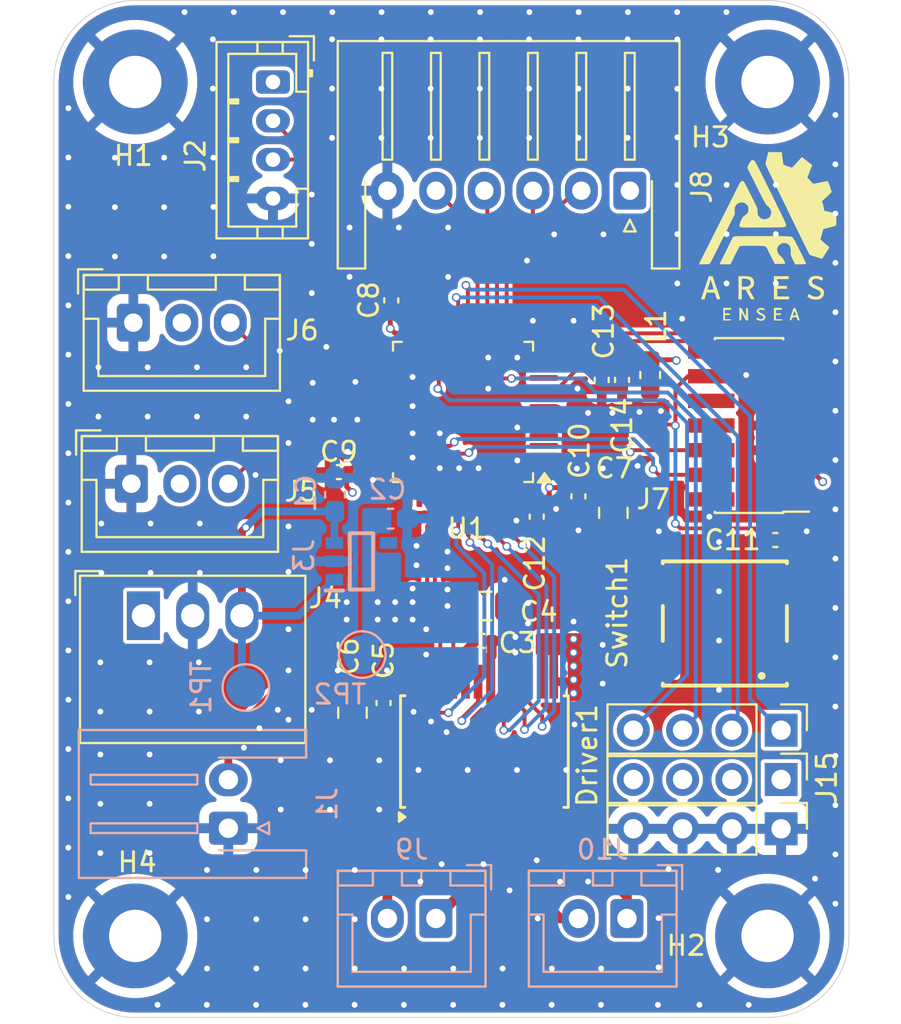
<source format=kicad_pcb>
(kicad_pcb (version 20241229) (generator "pcbnew") (generator_version "9.0")
  (title_block (comment 1 "Les deux erreurs DRC sont normales  : on prendra des pinheader 3x4 "))
  (layers (0 "F.Cu" signal) (4 "In1.Cu" signal) (6 "In2.Cu" signal) (2 "B.Cu" signal) (13 "F.Paste" user) (15 "B.Paste" user) (5 "F.SilkS" user "F.Silkscreen") (7 "B.SilkS" user "B.Silkscreen") (1 "F.Mask" user) (3 "B.Mask" user) (25 "Edge.Cuts" user))
  (net 0 "")
  (net 1 "GND")
  (net 2 "+5V")
  (net 3 "+3.3V")
  (net 4 "+7.5V")
  (net 5 "NRST")
  (net 6 "+3.3VA")
  (net 7 "AIN2")
  (net 8 "BIN2")
  (net 9 "BO2")
  (net 10 "AO1")
  (net 11 "BO1")
  (net 12 "PWMA")
  (net 13 "AIN1")
  (net 14 "BIN1")
  (net 15 "AO2")
  (net 16 "STBY")
  (net 17 "PWMB")
  (net 18 "Triger")
  (net 19 "Echo")
  (net 20 "PWM_Servo2")
  (net 21 "PWM_Servo1")
  (net 23 "SWCLK")
  (net 25 "SWDIO")
  (net 27 "STLINK_TX")
  (net 30 "STLINK_RX")
  (net 31 "IR_2")
  (net 32 "IR_4")
  (net 33 "IR_1")
  (net 34 "IR_3")
  (net 38 "GPIO4")
  (net 40 "GPIO2")
  (net 45 "GPIO1")
  (net 51 "GPIO3")
  (footprint "Connector_PinHeader_2.54mm:PinHeader_1x04_P2.54mm_Vertical" (layer "F.Cu") (at 147.7 80.08 -90)
    (property "Reference" "J14" (hide yes))
    (property "Value" "Conn_01x04")
  )
  (footprint "MountingHole:MountingHole_2.7mm_M2.5_Pad" (layer "F.Cu") (at 147 85.6)
    (property "Reference" "H2")
    (property "Value" "MountingHole_Pad")
  )
  (footprint "Capacitor_SMD:C_0402_1005Metric" (layer "F.Cu") (at 147.4 65.2)
    (property "Reference" "C11")
    (property "Value" "10n")
  )
  (footprint "Connector_PinHeader_1.27mm:PinHeader_2x07_P1.27mm_Vertical_SMD" (layer "F.Cu") (at 146.05 59.3 180)
    (property "Reference" "J7")
    (property "Value" "Conn_ST_STDC14")
  )
  (footprint "Connector_JST:JST_PH_B4B-PH-K_1x04_P2.00mm_Vertical" (layer "F.Cu") (at 121.5 41.6 -90)
    (property "Reference" "J2")
    (property "Value" "Conn_01x04")
  )
  (footprint "Connector_PinHeader_2.54mm:PinHeader_1x04_P2.54mm_Vertical" (layer "F.Cu") (at 147.7 77.54 -90)
    (property "Reference" "J15")
    (property "Value" "Conn_01x04")
  )
  (footprint "boutonSMD_wurth430471025826:430471025826" (layer "F.Cu") (at 144.8 69.5 180)
    (property "Reference" "Switch1")
    (property "Value" "430471025826")
    (property "VALUE" "430471025826" (hide yes))
  )
  (footprint "Inductor_SMD:L_0603_1608Metric" (layer "F.Cu") (at 140.95 56.7 90)
    (property "Reference" "L1")
    (property "Value" "39n")
  )
  (footprint "Converter_DCDC:Converter_DCDC_RECOM_R-78B-2.0_THT" (layer "F.Cu") (at 114.82 69.1)
    (property "Reference" "J4")
    (property "Value" "R-78B5.0-2.0")
  )
  (footprint "Capacitor_SMD:C_0402_1005Metric" (layer "F.Cu") (at 137.25 62.95 -90)
    (property "Reference" "C10")
    (property "Value" "100n")
  )
  (footprint "MountingHole:MountingHole_2.7mm_M2.5_Pad" (layer "F.Cu") (at 114.4 41.6)
    (property "Reference" "H1")
    (property "Value" "MountingHole_Pad")
  )
  (footprint "Capacitor_SMD:C_0402_1005Metric" (layer "F.Cu") (at 135.1 64 -90)
    (property "Reference" "C12")
    (property "Value" "100n")
  )
  (footprint "Capacitor_SMD:C_0805_2012Metric" (layer "F.Cu") (at 132.5 68.6)
    (property "Reference" "C4")
    (property "Value" "10u")
  )
  (footprint "Package_SO:SSOP-24_5.3x8.2mm_P0.65mm" (layer "F.Cu") (at 132.4 76.1 90)
    (property "Reference" "Driver1")
    (property "Value" "TB6612FNG")
  )
  (footprint "Connector_JST:JST_XH_B3B-XH-A_1x03_P2.50mm_Vertical" (layer "F.Cu") (at 114.2 62.3)
    (property "Reference" "J5")
    (property "Value" "Conn_01x03")
  )
  (footprint "Capacitor_SMD:C_0402_1005Metric" (layer "F.Cu") (at 139.5 56.95 -90)
    (property "Reference" "C14")
    (property "Value" "1u")
  )
  (footprint "Connector_JST:JST_XH_B3B-XH-A_1x03_P2.50mm_Vertical" (layer "F.Cu") (at 114.3 54)
    (property "Reference" "J6")
    (property "Value" "Conn_01x03")
  )
  (footprint "Connector_PinHeader_2.54mm:PinHeader_1x04_P2.54mm_Vertical" (layer "F.Cu") (at 147.7 75 -90)
    (property "Reference" "J11" (hide yes))
    (property "Value" "Conn_01x04")
  )
  (footprint "Capacitor_SMD:C_0402_1005Metric" (layer "F.Cu") (at 127.2 73.6 -90)
    (property "Reference" "C5")
    (property "Value" "100n")
  )
  (footprint "Capacitor_SMD:C_0402_1005Metric" (layer "F.Cu") (at 132.3 70.4)
    (property "Reference" "C3")
    (property "Value" "100n")
  )
  (footprint "MountingHole:MountingHole_2.7mm_M2.5_Pad" (layer "F.Cu") (at 147 41.6)
    (property "Reference" "H3")
    (property "Value" "MountingHole_Pad")
  )
  (footprint "Capacitor_SMD:C_0402_1005Metric" (layer "F.Cu") (at 127.6 52.85 90)
    (property "Reference" "C8")
    (property "Value" "100n")
  )
  (footprint "Capacitor_SMD:C_0805_2012Metric" (layer "F.Cu") (at 125.6 74.1 -90)
    (property "Reference" "C6")
    (property "Value" "10u")
  )
  (footprint "logoares:logoares" (layer "F.Cu") (at 146.85 49.8)
    (property "Reference" "G***" (hide yes))
    (property "Value" "LOGO" (hide yes))
  )
  (footprint "Capacitor_SMD:C_0402_1005Metric" (layer "F.Cu") (at 124.9 61.7 180)
    (property "Reference" "C9")
    (property "Value" "100n")
  )
  (footprint "Package_QFP:LQFP-48_7x7mm_P0.5mm" (layer "F.Cu") (at 131.3 58.6 180)
    (property "Reference" "U1")
    (property "Value" "STM32L552CCTx")
  )
  (footprint "MountingHole:MountingHole_2.7mm_M2.5_Pad" (layer "F.Cu") (at 114.4 85.6)
    (property "Reference" "H4")
    (property "Value" "MountingHole_Pad")
  )
  (footprint "Connector_JST:JST_XH_S6B-XH-A-1_1x06_P2.50mm_Horizontal" (layer "F.Cu") (at 139.9 47.2 180)
    (property "Reference" "J8")
    (property "Value" "Conn_01x06")
  )
  (footprint "Capacitor_SMD:C_0402_1005Metric" (layer "F.Cu") (at 138.45 56.95 -90)
    (property "Reference" "C13")
    (property "Value" "10n")
  )
  (footprint "Capacitor_SMD:C_0805_2012Metric" (layer "F.Cu") (at 139.05 63.8 -90)
    (property "Reference" "C7")
    (property "Value" "4u7")
  )
  (footprint "TestPoint:TestPoint_Pad_D2.0mm" (layer "B.Cu") (at 126.1 71.1 180)
    (property "Reference" "TP2")
    (property "Value" "TestPoint")
  )
  (footprint "Connector_JST:JST_XH_B2B-XH-A_1x02_P2.50mm_Vertical" (layer "B.Cu") (at 129.9 84.7 180)
    (property "Reference" "J9")
    (property "Value" "Conn_01x02")
  )
  (footprint "Connector_JST:JST_XH_S2B-XH-A-1_1x02_P2.50mm_Horizontal" (layer "B.Cu") (at 119.2 80.05 90)
    (property "Reference" "J1")
    (property "Value" "Conn_01x02")
  )
  (footprint "TestPoint:TestPoint_Pad_D2.0mm" (layer "B.Cu") (at 120.1 72.8 180)
    (property "Reference" "TP1")
    (property "Value" "TestPoint")
  )
  (footprint "Connector_JST:JST_XH_B2B-XH-A_1x02_P2.50mm_Vertical" (layer "B.Cu") (at 139.75 84.7 180)
    (property "Reference" "J10")
    (property "Value" "Conn_01x02")
  )
  (footprint "BU33SD5WG-TR:SOT95P280X125-5N" (layer "B.Cu") (at 126.0625 66.3)
    (property "Reference" "J3")
    (property "Value" "BU33SD5WG-TR")
  )
  (footprint "Capacitor_SMD:C_0603_1608Metric_Pad1.08x0.95mm_HandSolder" (layer "B.Cu") (at 127.5625 64.1)
    (property "Reference" "C2")
    (property "Value" "1uF")
  )
  (footprint "Capacitor_SMD:C_0603_1608Metric_Pad1.08x0.95mm_HandSolder" (layer "B.Cu") (at 124.7 62.8625 90)
    (property "Reference" "C1")
    (property "Value" "1uF")
  )
  (gr_arc (start 110.2 41.6) (mid 111.430152 38.630152) (end 114.4 37.4) (stroke (width 0.05)) (layer "Edge.Cuts"))
  (gr_line (start 147 37.4) (end 114.4 37.4) (stroke (width 0.05)) (layer "Edge.Cuts"))
  (gr_arc (start 114.4 89.8) (mid 111.430152 88.569848) (end 110.2 85.6) (stroke (width 0.05)) (layer "Edge.Cuts"))
  (gr_line (start 114.4 89.8) (end 147 89.8) (stroke (width 0.05)) (layer "Edge.Cuts"))
  (gr_arc (start 147 37.4) (mid 149.969848 38.630152) (end 151.2 41.6) (stroke (width 0.05)) (layer "Edge.Cuts"))
  (gr_line (start 151.2 85.6) (end 151.2 41.6) (stroke (width 0.05)) (layer "Edge.Cuts"))
  (gr_arc (start 151.2 85.6) (mid 149.969848 88.569848) (end 147 89.8) (stroke (width 0.05)) (layer "Edge.Cuts"))
  (gr_line (start 110.2 41.6) (end 110.2 85.6) (stroke (width 0.05)) (layer "Edge.Cuts"))
  (via (at 150.5 71.24) (size 0.45) (drill 0.3) (layers "F.Cu" "B.Cu") (net 1))
  (via (at 150.5 61.08) (size 0.45) (drill 0.3) (layers "F.Cu" "B.Cu") (net 1))
  (via (at 125.3 69.3) (size 0.45) (drill 0.3) (layers "F.Cu" "B.Cu") (net 1))
  (via (at 123.55 57.1) (size 0.45) (drill 0.3) (layers "F.Cu" "B.Cu") (net 1))
  (via (at 132.17 39.4) (size 0.45) (drill 0.3) (layers "F.Cu" "B.Cu") (net 1))
  (via (at 134.71 41.94) (size 0.45) (drill 0.3) (layers "F.Cu" "B.Cu") (net 1))
  (via (at 124.55 39.4) (size 0.45) (drill 0.3) (layers "F.Cu" "B.Cu") (net 1))
  (via (at 129.4 71.1) (size 0.45) (drill 0.3) (layers "F.Cu" "B.Cu") (net 1))
  (via (at 135.87 89.15) (size 0.45) (drill 0.3) (layers "F.Cu" "B.Cu") (net 1))
  (via (at 128.7 60.95) (size 0.45) (drill 0.3) (layers "F.Cu" "B.Cu") (net 1))
  (via (at 118.09 89.15) (size 0.45) (drill 0.3) (layers "F.Cu" "B.Cu") (net 1))
  (via (at 140.3 61.38) (size 0.45) (drill 0.3) (layers "F.Cu" "B.Cu") (net 1))
  (via (at 113.35 48.05) (size 0.45) (drill 0.3) (layers "F.Cu" "B.Cu") (net 1))
  (via (at 133.34 87.28) (size 0.45) (drill 0.3) (layers "F.Cu" "B.Cu") (net 1))
  (via (at 110.95 53.11) (size 0.45) (drill 0.3) (layers "F.Cu" "B.Cu") (net 1))
  (via (at 120.63 89.15) (size 0.45) (drill 0.3) (layers "F.Cu" "B.Cu") (net 1))
  (via (at 130.8 87.28) (size 0.45) (drill 0.3) (layers "F.Cu" "B.Cu") (net 1))
  (via (at 138.5 70.6) (size 0.45) (drill 0.3) (layers "F.Cu" "B.Cu") (net 1))
  (via (at 110.95 55.65) (size 0.45) (drill 0.3) (layers "F.Cu" "B.Cu") (net 1))
  (via (at 122.02 38) (size 0.45) (drill 0.3) (layers "F.Cu" "B.Cu") (net 1))
  (via (at 134.72 38) (size 0.45) (drill 0.3) (layers "F.Cu" "B.Cu") (net 1))
  (via (at 130.5 65.8) (size 0.45) (drill 0.3) (layers "F.Cu" "B.Cu") (net 1))
  (via (at 123.55 59) (size 0.45) (drill 0.3) (layers "F.Cu" "B.Cu") (net 1))
  (via (at 129.63 44.48) (size 0.45) (drill 0.3) (layers "F.Cu" "B.Cu") (net 1))
  (via (at 117.68 74.04) (size 0.45) (drill 0.3) (layers "F.Cu" "B.Cu") (net 1))
  (via (at 149.02 64.75) (size 0.45) (drill 0.3) (layers "F.Cu" "B.Cu") (net 1))
  (via (at 115.89 48.05) (size 0.45) (drill 0.3) (layers "F.Cu" "B.Cu") (net 1))
  (via (at 129 77.05) (size 0.45) (drill 0.3) (layers "F.Cu" "B.Cu") (net 1))
  (via (at 137.05 74.7) (size 0.45) (drill 0.3) (layers "F.Cu" "B.Cu") (net 1))
  (via (at 122.3 74.46) (size 0.45) (drill 0.3) (layers "F.Cu" "B.Cu") (net 1))
  (via (at 112.65 64.35) (size 0.45) (drill 0.3) (layers "F.Cu" "B.Cu") (net 1))
  (via (at 112.6 74.04) (size 0.45) (drill 0.3) (layers "F.Cu" "B.Cu") (net 1))
  (via (at 130.79 89.15) (size 0.45) (drill 0.3) (layers "F.Cu" "B.Cu") (net 1))
  (via (at 130.53 51.64) (size 0.45) (drill 0.3) (layers "F.Cu" "B.Cu") (net 1))
  (via (at 135.88 87.28) (size 0.45) (drill 0.3) (layers "F.Cu" "B.Cu") (net 1))
  (via (at 123.5 47.4) (size 0.45) (drill 0.3) (layers "F.Cu" "B.Cu") (net 1))
  (via (at 115.14 81.33) (size 0.45) (drill 0.3) (layers "F.Cu" "B.Cu") (net 1))
  (via (at 136.3 82.8) (size 0.45) (drill 0.3) (layers "F.Cu" "B.Cu") (net 1))
  (via (at 125.45 49.1) (size 0.45) (drill 0.3) (layers "F.Cu" "B.Cu") (net 1))
  (via (at 110.95 75.97) (size 0.45) (drill 0.3) (layers "F.Cu" "B.Cu") (net 1))
  (via (at 137.17 61.52) (size 0.45) (drill 0.3) (layers "F.Cu" "B.Cu") (net 1))
  (via (at 122.3 64.5) (size 0.45) (drill 0.3) (layers "F.Cu" "B.Cu") (net 1))
  (via (at 128.75 74.05) (size 0.45) (drill 0.3) (layers "F.Cu" "B.Cu") (net 1))
  (via (at 144.88 38) (size 0.45) (drill 0.3) (layers "F.Cu" "B.Cu") (net 1))
  (via (at 150.5 68.7) (size 0.45) (drill 0.3) (layers "F.Cu" "B.Cu") (net 1))
  (via (at 142.35 41.95) (size 0.45) (drill 0.3) (layers "F.Cu" "B.Cu") (net 1))
  (via (at 139.79 41.94) (size 0.45) (drill 0.3) (layers "F.Cu" "B.Cu") (net 1))
  (via (at 123.18 87.28) (size 0.45) (drill 0.3) (layers "F.Cu" "B.Cu") (net 1))
  (via (at 137.25 44.48) (size 0.45) (drill 0.3) (layers "F.Cu" "B.Cu") (net 1))
  (via (at 136 49.45) (size 0.45) (drill 0.3) (layers "F.Cu" "B.Cu") (net 1))
  (via (at 134.1 59.4) (size 0.45) (drill 0.3) (layers "F.Cu" "B.Cu") (net 1))
  (via (at 118.43 48.04) (size 0.45) (drill 0.3) (layers "F.Cu" "B.Cu") (net 1))
  (via (at 138.41 89.15) (size 0.45) (drill 0.3) (layers "F.Cu" "B.Cu") (net 1))
  (via (at 124.84 71.92) (size 0.45) (drill 0.3) (layers "F.Cu" "B.Cu") (net 1))
  (via (at 122.3 71.92) (size 0.45) (drill 0.3) (layers "F.Cu" "B.Cu") (net 1))
  (via (at 138.51 61.51) (size 0.45) (drill 0.3) (layers "F.Cu" "B.Cu") (net 1))
  (via (at 112.65 66.89) (size 0.45) (drill 0.3) (layers "F.Cu" "B.Cu") (net 1))
  (via (at 131.54 77.05) (size 0.45) (drill 0.3) (layers "F.Cu" "B.Cu") (net 1))
  (via (at 137.25 39.4) (size 0.45) (drill 0.3) (layers "F.Cu" "B.Cu") (net 1))
  (via (at 125.72 84.74) (size 0.45) (drill 0.3) (layers "F.Cu" "B.Cu") (net 1))
  (via (at 150.5 73.78) (size 0.45) (drill 0.3) (layers "F.Cu" "B.Cu") (net 1))
  (via (at 115.04 56.3) (size 0.45) (drill 0.3) (layers "F.Cu" "B.Cu") (net 1))
  (via (at 118.43 50.58) (size 0.45) (drill 0.3) (layers "F.Cu" "B.Cu") (net 1))
  (via (at 150.5 81.4) (size 0.45) (drill 0.3) (layers "F.Cu" "B.Cu") (net 1))
  (via (at 149.45 82.65) (size 0.45) (drill 0.3) (layers "F.Cu" "B.Cu") (net 1))
  (via (at 150.5 43.3) (size 0.45) (drill 0.3) (layers "F.Cu" "B.Cu") (net 1))
  (via (at 110.95 83.59) (size 0.45) (drill 0.3) (layers "F.Cu" "B.Cu") (net 1))
  (via (at 144.5 67.84) (size 0.45) (drill 0.3) (layers "F.Cu" "B.Cu") (net 1))
  (via (at 123.5 52.48) (size 0.45) (drill 0.3) (layers "F.Cu" "B.Cu") (net 1))
  (via (at 150.5 76.32) (size 0.45) (drill 0.3) (layers "F.Cu" "B.Cu") (net 1))
  (via (at 147.43 51.98) (size 0.45) (drill 0.3) (layers "F.Cu" "B.Cu") (net 1))
  (via (at 130.45 75.1) (size 0.45) (drill 0.3) (layers "F.Cu" "B.Cu") (net 1))
  (via (at 112.6 78.79) (size 0.45) (drill 0.3) (layers "F.Cu" "B.Cu") (net 1))
  (via (at 136.1 63.6) (size 0.45) (drill 0.3) (layers "F.Cu" "B.Cu") (net 1))
  (via (at 144.45 82.2) (size 0.45) (drill 0.3) (layers "F.Cu" "B.Cu") (net 1))
  (via (at 117.73 66.89) (size 0.45) (drill 0.3) (layers "F.Cu" "B.Cu") (net 1))
  (via (at 150.5 78.86) (size 0.45) (drill 0.3) (layers "F.Cu" "B.Cu") (net 1))
  (via (at 134.65 68.45) (size 0.45) (drill 0.3) (layers "F.Cu" "B.Cu") (net 1))
  (via (at 113.35 50.59) (size 0.45) (drill 0.3) (layers "F.Cu" "B.Cu") (net 1))
  (via (at 139.8 38) (size 0.45) (drill 0.3) (layers "F.Cu" "B.Cu") (net 1))
  (via (at 126.98 76.55) (size 0.45) (drill 0.3) (layers "F.Cu" "B.Cu") (net 1))
  (via (at 118.1 87.28) (size 0.45) (drill 0.3) (layers "F.Cu" "B.Cu") (net 1))
  (via (at 110.95 78.51) (size 0.45) (drill 0.3) (layers "F.Cu" "B.Cu") (net 1))
  (via (at 129.1 82.8) (size 0.45) (drill 0.3) (layers "F.Cu" "B.Cu") (net 1))
  (via (at 118.43 45.5) (size 0.45) (drill 0.3) (layers "F.Cu" "B.Cu") (net 1))
  (via (at 150.5 50.92) (size 0.45) (drill 0.3) (layers "F.Cu" "B.Cu") (net 1))
  (via (at 118.1 84.74) (size 0.45) (drill 0.3) (layers "F.Cu" "B.Cu") (net 1))
  (via (at 110.95 63.27) (size 0.45) (drill 0.3) (layers "F.Cu" "B.Cu") (net 1))
  (via (at 110.95 45.49) (size 0.45) (drill 0.3) (layers "F.Cu" "B.Cu") (net 1))
  (via (at 110.95 60.73) (size 0.45) (drill 0.3) (layers "F.Cu" "B.Cu") (net 1))
  (via (at 142.35 49.44) (size 0.45) (drill 0.3) (layers "F.Cu" "B.Cu") (net 1))
  (via (at 116.94 38) (size 0.45) (drill 0.3) (layers "F.Cu" "B.Cu") (net 1))
  (via (at 127.1 38) (size 0.45) (drill 0.3) (layers "F.Cu" "B.Cu") (net 1))
  (via (at 134.08 77.05) (size 0.45) (drill 0.3) (layers "F.Cu" "B.Cu") (net 1))
  (via (at 117.58 56.3) (size 0.45) (drill 0.3) (layers "F.Cu" "B.Cu") (net 1))
  (via (at 141.38 84.68) (size 0.45) (drill 0.3) (layers "F.Cu" "B.Cu") (net 1))
  (via (at 142.35 44.45) (size 0.45) (drill 0.3) (layers "F.Cu" "B.Cu") (net 1))
  (via (at 110.95 58.19) (size 0.45) (drill 0.3) (layers "F.Cu" "B.Cu") (net 1))
  (via (at 122.3 60.2) (size 0.45) (drill 0.3) (layers "F.Cu" "B.Cu") (net 1))
  (via (at 118.1 82.2) (size 0.45) (drill 0.3) (layers "F.Cu" "B.Cu") (net 1))
  (via (at 144.89 51.98) (size 0.45) (drill 0.3) (layers "F.Cu" "B.Cu") (net 1))
  (via (at 134.05 64.2) (size 0.45) (drill 0.3) (layers "F.Cu" "B.Cu") (net 1))
  (via (at 129.63 41.94) (size 0.45) (drill 0.3) (layers "F.Cu" "B.Cu") (net 1))
  (via (at 123.17 89.15) (size 0.45) (drill 0.3) (layers "F.Cu" "B.Cu") (net 1))
  (via (at 139 58.65) (size 0.45) (drill 0.3) (layers "F.Cu" "B.Cu") (net 1))
  (via (at 120.64 82.2) (size 0.45) (drill 0.3) (layers "F.Cu" "B.Cu") (net 1))
  (via (at 110.95 70.89) (size 0.45) (drill 0.3) (layers "F.Cu" "B.Cu") (net 1))
  (via (at 150.5 83.94) (size 0.45) (drill 0.3) (layers "F.Cu" "B.Cu") (net 1))
  (via (at 115.04 58.84) (size 0.45) (drill 0.3) (layers "F.Cu" "B.Cu") (net 1))
  (via (at 122.3 66.84) (size 0.45) (drill 0.3) (layers "F.Cu" "B.Cu") (net 1))
  (via (at 125.72 82.2) (size 0.45) (drill 0.3) (layers "F.Cu" "B.Cu") (net 1))
  (via (at 127.09 41.94) (size 0.45) (drill 0.3) (layers "F.Cu" "B.Cu") (net 1))
  (via (at 141.35 89.15) (size 0.45) (drill 0.3) (layers "F.Cu" "B.Cu") (net 1))
  (via (at 128.9 65.5) (size 0.45) (drill 0.3) (layers "F.Cu" "B.Cu") (net 1))
  (via (at 128.9 66.5) (size 0.45) (drill 0.3) (layers "F.Cu" "B.Cu") (net 1))
  (via (at 125.72 87.28) (size 0.45) (drill 0.3) (layers "F.Cu" "B.Cu") (net 1))
  (via (at 150.5 56) (size 0.45) (drill 0.3) (layers "F.Cu" "B.Cu") (net 1))
  (via (at 141.5 58.55) (size 0.45) (drill 0.3) (layers "F.Cu" "B.Cu") (net 1))
  (via (at 110.95 81.05) (size 0.45) (drill 0.3) (layers "F.Cu" "B.Cu") (net 1))
  (via (at 123.18 84.74) (size 0.45) (drill 0.3) (layers "F.Cu" "B.Cu") (net 1))
  (via (at 115.89 45.5) (size 0.45) (drill 0.3) (layers "F.Cu" "B.Cu") (net 1))
  (via (at 117.58 58.84) (size 0.45) (drill 0.3) (layers "F.Cu" "B.Cu") (net 1))
  (via (at 130.53 49.1) (size 0.45) (drill 0.3) (layers "F.Cu" "B.Cu") (net 1))
  (via (at 127.09 44.48) (size 0.45) (drill 0.3) (layers "F.Cu" "B.Cu") (net 1))
  (via (at 135.15 84.7) (size 0.45) (drill 0.3) (layers "F.Cu" "B.Cu") (net 1))
  (via (at 118.4 39.4) (size 0.45) (drill 0.3) (layers "F.Cu" "B.Cu") (net 1))
  (via (at 120.12 56.3) (size 0.45) (drill 0.3) (layers "F.Cu" "B.Cu") (net 1))
  (via (at 146.03 89.15) (size 0.45) (drill 0.3) (layers "F.Cu" "B.Cu") (net 1))
  (via (at 121.75 73.95) (size 0.45) (drill 0.3) (layers "F.Cu" "B.Cu") (net 1))
  (via (at 133.7 83.25) (size 0.45) (drill 0.3) (layers "F.Cu" "B.Cu") (net 1))
  (via (at 128.7 56.8) (size 0.45) (drill 0.3) (layers "F.Cu" "B.Cu") (net 1))
  (via (at 112.5 58.84) (size 0.45) (drill 0.3) (layers "F.Cu" "B.Cu") (net 1))
  (via (at 144.89 49.44) (size 0.45) (drill 0.3) (layers "F.Cu" "B.Cu") (net 1))
  (via (at 115.19 66.89) (size 0.45) (drill 0.3) (layers "F.Cu" "B.Cu") (net 1))
  (via (at 113.35 45.5) (size 0.45) (drill 0.3) (layers "F.Cu" "B.Cu") (net 1))
  (via (at 120.64 84.74) (size 0.45) (drill 0.3) (layers "F.Cu" "B.Cu") (net 1))
  (via (at 125.71 89.15) (size 0.45) (drill 0.3) (layers "F.Cu" "B.Cu") (net 1))
  (via (at 142.6 53.8) (size 0.45) (drill 0.3) (layers "F.Cu" "B.Cu") (net 1))
  (via (at 144.89 46.9) (size 0.45) (drill 0.3) (layers "F.Cu" "B.Cu") (net 1))
  (via (at 124.44 76.55) (size 0.45) (drill 0.3) (layers "F.Cu" "B.Cu") (net 1))
  (via (at 132.1 61.5) (size 0.45) (drill 0.3) (layers "F.Cu" "B.Cu") (net 1))
  (via (at 126.98 79.09) (size 0.45) (drill 0.3) (layers "F.Cu" "B.Cu") (net 1))
  (via (at 137.2 57.4) (size 0.45) (drill 0.3) (layers "F.Cu" "B.Cu") (net 1))
  (via (at 150.5 45.84) (size 0.45) (drill 0.3) (layers "F.Cu" "B.Cu") (net 1))
  (via (at 124.25 55.25) (size 0.45) (drill 0.3) (layers "F.Cu" "B.Cu") (net 1))
  (via (at 129.65 74.55) (size 0.45) (drill 0.3) (layers "F.Cu" "B.Cu") (net 1))
  (via (at 125.45 51.64) (size 0.45) (drill 0.3) (layers "F.Cu" "B.Cu") (net 1))
  (via (at 138.54 49.45) (size 0.45) (drill 0.3) (layers "F.Cu" "B.Cu") (net 1))
  (via (at 135.1 81.7) (size 0.45) (drill 0.3) (layers "F.Cu" "B.Cu") (net 1))
  (via (at 121.85 55.45) (size 0.45) (drill 0.3) (layers "F.Cu" "B.Cu") (net 1))
  (via (at 132.6 57.4) (size 0.45) (drill 0.3) (layers "F.Cu" "B.Cu") (net 1))
  (via (at 124.55 41.94) (size 0.45) (drill 0.3) (layers "F.Cu" "B.Cu") (net 1))
  (via (at 137.25 64.7) (size 0.45) (drill 0.3) (layers "F.Cu" "B.Cu") (net 1))
  (via (at 137.75 58.65) (size 0.45) (drill 0.3) (layers "F.Cu" "B.Cu") (net 1))
  (via (at 139.79 44.48) (size 0.45) (drill 0.3) (layers "F.Cu" "B.Cu") (net 1))
  (via (at 118.4 41.94) (size 0.45) (drill 0.3) (layers "F.Cu" "B.Cu") (net 1))
  (via (at 144.5 72.92) (size 0.45) (drill 0.3) (layers "F.Cu" "B.Cu") (net 1))
  (via (at 129.64 38) (size 0.45) (drill 0.3) (layers "F.Cu" "B.Cu") (net 1))
  (via (at 122.3 58.05) (size 0.45) (drill 0.3) (layers "F.Cu" "B.Cu") (net 1))
  (via (at 147.43 49.44) (size 0.45) (drill 0.3) (layers "F.Cu" "B.Cu") (net 1))
  (via (at 142.35 39.4) (size 0.45) (drill 0.3) (layers "F.Cu" "B.Cu") (net 1))
  (via (at 134.71 39.4) (size 0.45) (drill 0.3) (layers "F.Cu" "B.Cu") (net 1))
  (via (at 150.5 48.38) (size 0.45) (drill 0.3) (layers "F.Cu" "B.Cu") (net 1))
  (via (at 130.1 59.7) (size 0.45) (drill 0.3) (layers "F.Cu" "B.Cu") (net 1))
  (via (at 127.09 39.4) (size 0.45) (drill 0.3) (layers "F.Cu" "B.Cu") (net 1))
  (via (at 134.65 69.5) (size 0.45) (drill 0.3) (layers "F.Cu" "B.Cu") (net 1))
  (via (at 124.44 79.09) (size 0.45) (drill 0.3) (layers "F.Cu" "B.Cu") (net 1))
  (via (at 122.3 69.8) (size 0.45) (drill 0.3) (layers "F.Cu" "B.Cu") (net 1))
  (via (at 115.89 50.59) (size 0.45) (drill 0.3) (layers "F.Cu" "B.Cu") (net 1))
  (via (at 145.9 56.7) (size 0.45) (drill 0.3) (layers "F.Cu" "B.Cu") (net 1))
  (via (at 123.5 73.95) (size 0.45) (drill 0.3) (layers "F.Cu" "B.Cu") (net 1))
  (via (at 137 69.4) (size 0.45) (drill 0.3) (layers "F.Cu" "B.Cu") (net 1))
  (via (at 115.55 89.15) (size 0.45) (drill 0.3) (layers "F.Cu" "B.Cu") (net 1))
  (via (at 144.5 70.38) (size 0.45) (drill 0.3) (layers "F.Cu" "B.Cu") (net 1))
  (via (at 120.6 61.85) (size 0.45) (drill 0.3) (layers "F.Cu" "B.Cu") (net 1))
  (via (at 134 70.2) (size 0.45) (drill 0.3) (layers "F.Cu" "B.Cu") (net 1))
  (via (at 123.5 49.94) (size 0.45) (drill 0.3) (layers "F.Cu" "B.Cu") (net 1))
  (via (at 142.34 38) (size 0.45) (drill 0.3) (layers "F.Cu" "B.Cu") (net 1))
  (via (at 150.5 63.62) (size 0.45) (drill 0.3) (layers "F.Cu" "B.Cu") (net 1))
  (via (at 150.5 53.46) (size 0.45) (drill 0.3) (layers "F.Cu" "B.Cu") (net 1))
  (via (at 115.14 78.79) (size 0.45) (drill 0.3) (layers "F.Cu" "B.Cu") (net 1))
  (via (at 137 53.9) (size 0.45) (drill 0.3) (layers "F.Cu" "B.Cu") (net 1))
  (via (at 124.56 38) (size 0.45) (drill 0.3) (layers "F.Cu" "B.Cu") (net 1))
  (via (at 131.1 61.5) (size 0.45) (drill 0.3) (layers "F.Cu" "B.Cu") (net 1))
  (via (at 115.14 76.25) (size 0.45) (drill 0.3) (layers "F.Cu" "B.Cu") (net 1))
  (via (at 127.99 49.1) (size 0.45) (drill 0.3) (layers "F.Cu" "B.Cu") (net 1))
  (via (at 133.33 89.15) (size 0.45) (drill 0.3) (layers "F.Cu" "B.Cu") (net 1))
  (via (at 134.1 55.8) (size 0.45) (drill 0.3) (layers "F.Cu" "B.Cu") (net 1))
  (via (at 119.48 38) (size 0.45) (drill 0.3) (layers "F.Cu" "B.Cu") (net 1))
  (via (at 110.95 65.81) (size 0.45) (drill 0.3) (layers "F.Cu" "B.Cu") (net 1))
  (via (at 128.26 87.28) (size 0.45) (drill 0.3) (layers "F.Cu" "B.Cu") (net 1))
  (via (at 110.95 68.35) (size 0.45) (drill 0.3) (layers "F.Cu" "B.Cu") (net 1))
  (via (at 132.18 38) (size 0.45) (drill 0.3) (layers "F.Cu" "B.Cu") (net 1))
  (via (at 120 75.9) (size 0.45) (drill 0.3) (layers "F.Cu" "B.Cu") (net 1))
  (via (at 134.9 53.9) (size 0.45) (drill 0.3) (layers "F.Cu" "B.Cu") (net 1))
  (via (at 110.95 50.57) (size 0.45) (drill 0.3) (layers "F.Cu" "B.Cu") (net 1))
  (via (at 112.6 71.5) (size 0.45) (drill 0.3) (layers "F.Cu" "B.Cu") (net 1))
  (via (at 141.38 87.22) (size 0.45) (drill 0.3) (layers "F.Cu" "B.Cu") (net 1))
  (via (at 125.35 60.65) (size 0.45) (drill 0.3) (layers "F.Cu" "B.Cu") (net 1))
  (via (at 134 71) (size 0.45) (drill 0.3) (layers "F.Cu" "B.Cu") (net 1))
  (via (at 120.8 74.9) (size 0.45) (drill 0.3) (layers "F.Cu" "B.Cu") (net 1))
  (via (at 147.43 46.9) (size 0.45) (drill 0.3) (layers "F.Cu" "B.Cu") (net 1))
  (via (at 137.75 82.8) (size 0.45) (drill 0.3) (layers "F.Cu" "B.Cu") (net 1))
  (via (at 125.75 57.05) (size 0.45) (drill 0.3) (layers "F.Cu" "B.Cu") (net 1))
  (via (at 130.5 66.65) (size 0.45) (drill 0.3) (layers "F.Cu" "B.Cu") (net 1))
  (via (at 115.14 71.5) (size 0.45) (drill 0.3) (layers "F.Cu" "B.Cu") (net 1))
  (via (at 138.5 72.6) (size 0.45) (drill 0.3) (layers "F.Cu" "B.Cu") (net 1))
  (via (at 124.55 44.48) (size 0.45) (drill 0.3) (layers "F.Cu" "B.Cu") (net 1))
  (via (at 120.64 87.28) (size 0.45) (drill 0.3) (layers "F.Cu" "B.Cu") (net 1))
  (via (at 124.65 59) (size 0.45) (drill 0.3) (layers "F.Cu" "B.Cu") (net 1))
  (via (at 128.7 58.3) (size 0.45) (drill 0.3) (layers "F.Cu" "B.Cu") (net 1))
  (via (at 130.2 81.9) (size 0.45) (drill 0.3) (layers "F.Cu" "B.Cu") (net 1))
  (via (at 134.6 50.8) (size 0.45) (drill 0.3) (layers "F.Cu" "B.Cu") (net 1))
  (via (at 115.19 64.35) (size 0.45) (drill 0.3) (layers "F.Cu" "B.Cu") (net 1))
  (via (at 112.6 81.33) (size 0.45) (drill 0.3) (layers "F.Cu" "B.Cu") (net 1))
  (via (at 123.18 82.2) (size 0.45) (drill 0.3) (layers "F.Cu" "B.Cu") (net 1))
  (via (at 150.5 58.54) (size 0.45) (drill 0.3) (layers "F.Cu" "B.Cu") (net 1))
  (via (at 128.7 59.7) (size 0.45) (drill 0.3) (layers "F.Cu" "B.Cu") (net 1))
  (via (at 121.9 79.09) (size 0.45) (drill 0.3) (layers "F.Cu" "B.Cu") (net 1))
  (via (at 128.25 89.15) (size 0.45) (drill 0.3) (layers "F.Cu" "B.Cu") (net 1))
  (via (at 132.35 81.9) (size 0.45) (drill 0.3) (layers "F.Cu" "B.Cu") (net 1))
  (via (at 141.9 82.15) (size 0.45) (drill 0.3) (layers "F.Cu" "B.Cu") (net 1))
  (via (at 117.73 64.35) (size 0.45) (drill 0.3) (layers "F.Cu" "B.Cu") (net 1))
  (via (at 142.35 46.9) (size 0.45) (drill 0.3) (layers "F.Cu" "B.Cu") (net 1))
  (via (at 130.1 61.5) (size 0.45) (drill 0.3) (layers "F.Cu" "B.Cu") (net 1))
  (via (at 127.38 71.92) (size 0.45) (drill 0.3) (layers "F.Cu" "B.Cu") (net 1))
  (via (at 126.65 62.1) (size 0.45) (drill 0.3) (layers "F.Cu" "B.Cu") (net 1))
  (via (at 133.45 67.25) (size 0.45) (drill 0.3) (layers "F.Cu" "B.Cu") (net 1))
  (via (at 115.14 74.04) (size 0.45) (drill 0.3) (layers "F.Cu" "B.Cu") (net 1))
  (via (at 144 64) (size 0.45) (drill 0.3) (layers "F.Cu" "B.Cu") (net 1))
  (via (at 134.1 61.1) (size 0.45) (drill 0.3) (layers "F.Cu" "B.Cu") (net 1))
  (via (at 143.49 89.15) (size 0.45) (drill 0.3) (layers "F.Cu" "B.Cu") (net 1))
  (via (at 132.6 55.8) (size 0.45) (drill 0.3) (layers "F.Cu" "B.Cu") (net 1))
  (via (at 141.4 64.75) (size 0.45) (drill 0.3) (layers "F.Cu" "B.Cu") (net 1))
  (via (at 142.35 51.98) (size 0.45) (drill 0.3) (layers "F.Cu" "B.Cu") (net 1))
  (via (at 121.9 76.55) (size 0.45) (drill 0.3) (layers "F.Cu" "B.Cu") (net 1))
  (via (at 132.17 44.48) (size 0.45) (drill 0.3) (layers "F.Cu" "B.Cu") (net 1))
  (via (at 137.25 41.94) (size 0.45) (drill 0.3) (layers "F.Cu" "B.Cu") (net 1))
  (via (at 132.17 41.94) (size 0.45) (drill 0.3) (layers "F.Cu" "B.Cu") (net 1))
  (via (at 129.63 39.4) (size 0.45) (drill 0.3) (layers "F.Cu" "B.Cu") (net 1))
  (via (at 117.68 71.5) (size 0.45) (drill 0.3) (layers "F.Cu" "B.Cu") (net 1))
  (via (at 120.12 58.84) (size 0.45) (drill 0.3) (layers "F.Cu" "B.Cu") (net 1))
  (via (at 138.42 87.28) (size 0.45) (drill 0.3) (layers "F.Cu" "B.Cu") (net 1))
  (via (at 110.95 48.03) (size 0.45) (drill 0.3) (layers "F.Cu" "B.Cu") (net 1))
  (via (at 110.95 42.95) (size 0.45) (drill 0.3) (layers "F.Cu" "B.Cu") (net 1))
  (via (at 150.5 66.16) (size 0.45) (drill 0.3) (layers "F.Cu" "B.Cu") (net 1))
  (via (at 112.5 56.3) (size 0.45) (drill 0.3) (layers "F.Cu" "B.Cu") (net 1))
  (via (at 134.71 44.48) (size 0.45) (drill 0.3) (layers "F.Cu" "B.Cu") (net 1))
  (via (at 137.26 38) (size 0.45) (drill 0.3) (layers "F.Cu" "B.Cu") (net 1))
  (via (at 125.85 59) (size 0.45) (drill 0.3) (layers "F.Cu" "B.Cu") (net 1))
  (via (at 136.62 77.05) (size 0.45) (drill 0.3) (layers "F.Cu" "B.Cu") (net 1))
  (via (at 112.6 76.25) (size 0.45) (drill 0.3) (layers "F.Cu" "B.Cu") (net 1))
  (via (at 139.79 39.4) (size 0.45) (drill 0.3) (layers "F.Cu" "B.Cu") (net 1))
  (via (at 140.4 58.6) (size 0.45) (drill 0.3) (layers "F.Cu" "B.Cu") (net 1))
  (via (at 144.5 65.3) (size 0.45) (drill 0.3) (layers "F.Cu" "B.Cu") (net 1))
  (via (at 110.95 73.43) (size 0.45) (drill 0.3) (layers "F.Cu" "B.Cu") (net 1))
  (via (at 125.3 68.4) (size 0.45) (drill 0.3) (layers "F.Cu" "B.Cu") (net 1))
  (segment (start 120.1 64.55) (end 119.9 64.75) (width 0.4) (layer "F.Cu") (net 2))
  (segment (start 119.9 64.75) (end 119.9 69.1) (width 0.4) (layer "F.Cu") (net 2))
  (via (at 120.1 64.55) (size 0.45) (drill 0.3) (layers "F.Cu" "B.Cu") (net 2))
  (segment (start 119.9 72.6) (end 120.1 72.8) (width 0.4) (layer "B.Cu") (net 2))
  (segment (start 122.8125 69.1) (end 124.6625 67.25) (width 0.4) (layer "B.Cu") (net 2))
  (segment (start 120.925 63.725) (end 120.1 64.55) (width 0.4) (layer "B.Cu") (net 2))
  (segment (start 124.6625 63.7625) (end 124.7 63.725) (width 0.4) (layer "B.Cu") (net 2))
  (segment (start 124.7 63.725) (end 120.925 63.725) (width 0.4) (layer "B.Cu") (net 2))
  (segment (start 119.9 69.1) (end 119.9 72.6) (width 0.4) (layer "B.Cu") (net 2))
  (segment (start 119.9 69.1) (end 122.8125 69.1) (width 0.4) (layer "B.Cu") (net 2))
  (segment (start 124.6625 65.35) (end 124.6625 63.7625) (width 0.4) (layer "B.Cu") (net 2))
  (segment (start 130.500001 68.600001) (end 131.549999 68.600001) (width 0.3) (layer "F.Cu") (net 3))
  (segment (start 125.38 61.7) (end 125.73 61.35) (width 0.25) (layer "F.Cu") (net 3))
  (segment (start 134.8075 63.52) (end 134.05 62.7625) (width 0.25) (layer "F.Cu") (net 3))
  (segment (start 142.3 55.95) (end 142.2625 55.9125) (width 0.25) (layer "F.Cu") (net 3))
  (segment (start 131.55 68.6) (end 131.55 70.13) (width 0.3) (layer "F.Cu") (net 3))
  (segment (start 131.425 70.795) (end 131.425 72.5) (width 0.3) (layer "F.Cu") (net 3))
  (segment (start 127.55 53.38) (end 127.6 53.33) (width 0.25) (layer "F.Cu") (net 3))
  (segment (start 131.55 70.13) (end 131.82 70.4) (width 0.3) (layer "F.Cu") (net 3))
  (segment (start 125.6 62.75) (end 125.3 62.45) (width 0.25) (layer "F.Cu") (net 3))
  (segment (start 135.75 62.87) (end 135.1 63.52) (width 0.25) (layer "F.Cu") (net 3))
  (segment (start 135.75 62.5) (end 135.75 61.6375) (width 0.25) (layer "F.Cu") (net 3))
  (segment (start 127.8 54.55) (end 128.4375 54.55) (width 0.25) (layer "F.Cu") (net 3))
  (segment (start 142.2625 55.9125) (end 140.95 55.9125) (width 0.25) (layer "F.Cu") (net 3))
  (segment (start 149.85 62.2) (end 149.49 61.84) (width 0.25) (layer "F.Cu") (net 3))
  (segment (start 137.22 62.5) (end 137.25 62.47) (width 0.25) (layer "F.Cu") (net 3))
  (segment (start 125.73 61.35) (end 127.1375 61.35) (width 0.25) (layer "F.Cu") (net 3))
  (segment (start 127.55 54.3) (end 127.8 54.55) (width 0.25) (layer "F.Cu") (net 3))
  (segment (start 135.75 62.5) (end 137.22 62.5) (width 0.25) (layer "F.Cu") (net 3))
  (segment (start 138.67 62.47) (end 139.05 62.85) (width 0.25) (layer "F.Cu") (net 3))
  (segment (start 135.75 61.6375) (end 135.4625 61.35) (width 0.25) (layer "F.Cu") (net 3))
  (segment (start 135.1 63.52) (end 134.8075 63.52) (width 0.25) (layer "F.Cu") (net 3))
  (segment (start 149.49 61.84) (end 148 61.84) (width 0.25) (layer "F.Cu") (net 3))
  (segment (start 127.55 54.3) (end 127.55 53.38) (width 0.25) (layer "F.Cu") (net 3))
  (segment (start 125.3 62.45) (end 125.3 61.78) (width 0.25) (layer "F.Cu") (net 3))
  (segment (start 135.75 62.5) (end 135.75 62.87) (width 0.25) (layer "F.Cu") (net 3))
  (segment (start 125.3 61.78) (end 125.38 61.7) (width 0.25) (layer "F.Cu") (net 3))
  (segment (start 128.4375 54.55) (end 128.55 54.4375) (width 0.25) (layer "F.Cu") (net 3))
  (segment (start 131.549999 68.600001) (end 131.55 68.6) (width 0.3) (layer "F.Cu") (net 3))
  (segment (start 131.82 70.4) (end 131.425 70.795) (width 0.3) (layer "F.Cu") (net 3))
  (segment (start 137.25 62.47) (end 138.67 62.47) (width 0.25) (layer "F.Cu") (net 3))
  (via (at 127.8 69.3) (size 0.45) (drill 0.3) (layers "F.Cu" "B.Cu") (net 3))
  (via (at 135.75 62.5) (size 0.45) (drill 0.3) (layers "F.Cu" "B.Cu") (net 3))
  (via (at 129.4 69.8) (size 0.45) (drill 0.3) (layers "F.Cu" "B.Cu") (net 3))
  (via (at 127.8 68.4) (size 0.45) (drill 0.3) (layers "F.Cu" "B.Cu") (net 3))
  (via (at 126.9 69.3) (size 0.45) (drill 0.3) (layers "F.Cu" "B.Cu") (net 3))
  (via (at 130.5 67.75) (size 0.45) (drill 0.3) (layers "F.Cu" "B.Cu") (net 3))
  (via (at 128.7 69.3) (size 0.45) (drill 0.3) (layers "F.Cu" "B.Cu") (net 3))
  (via (at 126.9 68.4) (size 0.45) (drill 0.3) (layers "F.Cu" "B.Cu") (net 3))
  (via (at 142.3 55.95) (size 0.45) (drill 0.3) (layers "F.Cu" "B.Cu") (net 3))
  (via (at 128.7 68.4) (size 0.45) (drill 0.3) (layers "F.Cu" "B.Cu") (net 3))
  (via (at 127.55 54.3) (size 0.45) (drill 0.3) (layers "F.Cu" "B.Cu") (net 3))
  (via (at 130.500001 68.600001) (size 0.45) (drill 0.3) (layers "F.Cu" "B.Cu") (net 3))
  (via (at 149.85 62.2) (size 0.45) (drill 0.3) (layers "F.Cu" "B.Cu") (net 3))
  (via (at 125.6 62.75) (size 0.45) (drill 0.3) (layers "F.Cu" "B.Cu") (net 3))
  (via (at 128.7 67.7) (size 0.45) (drill 0.3) (layers "F.Cu" "B.Cu") (net 3))
  (segment (start 126.9 69.3) (end 126.9 70.3) (width 0.2) (layer "B.Cu") (net 3))
  (segment (start 126.9 70.3) (end 126.1 71.1) (width 0.2) (layer "B.Cu") (net 3))
  (segment (start 127.17 73.15) (end 127.2 73.12) (width 0.4) (layer "F.Cu") (net 4))
  (segment (start 125.6 73.15) (end 127.17 73.15) (width 0.4) (layer "F.Cu") (net 4))
  (segment (start 119.2 75.4) (end 121.45 73.15) (width 0.4) (layer "F.Cu") (net 4))
  (segment (start 128.205 73.12) (end 128.825 72.5) (width 0.4) (layer "F.Cu") (net 4))
  (segment (start 127.2 73.12) (end 128.205 73.12) (width 0.4) (layer "F.Cu") (net 4))
  (segment (start 119.2 77.55) (end 119.2 75.4) (width 0.4) (layer "F.Cu") (net 4))
  (segment (start 121.45 73.15) (end 125.6 73.15) (width 0.4) (layer "F.Cu") (net 4))
  (via (at 137 72.4) (size 0.45) (drill 0.3) (layers "F.Cu" "B.Cu") (net 4))
  (via (at 137 73.1) (size 0.45) (drill 0.3) (layers "F.Cu" "B.Cu") (net 4))
  (via (at 137 70.3) (size 0.45) (drill 0.3) (layers "F.Cu" "B.Cu") (net 4))
  (via (at 137 71) (size 0.45) (drill 0.3) (layers "F.Cu" "B.Cu") (net 4))
  (via (at 137 71.7) (size 0.45) (drill 0.3) (layers "F.Cu" "B.Cu") (net 4))
  (segment (start 146.92 65.2) (end 146.92 66.12) (width 0.2) (layer "F.Cu") (net 5))
  (segment (start 142.2 59.25) (end 137.13241 59.25) (width 0.2) (layer "F.Cu") (net 5))
  (segment (start 146.32 64.6) (end 146.92 65.2) (width 0.2) (layer "F.Cu") (net 5))
  (segment (start 142.25 57.4) (end 142.89 56.76) (width 0.2) (layer "F.Cu") (net 5))
  (segment (start 137.13241 59.25) (end 136.23241 58.35) (width 0.2) (layer "F.Cu") (net 5))
  (segment (start 142.89 56.76) (end 144.1 56.76) (width 0.2) (layer "F.Cu") (net 5))
  (segment (start 136.23241 58.35) (end 135.4625 58.35) (width 0.2) (layer "F.Cu") (net 5))
  (segment (start 146.92 66.12) (end 148.3 67.5) (width 0.2) (layer "F.Cu") (net 5))
  (segment (start 142.25 59.3) (end 142.2 59.25) (width 0.2) (layer "F.Cu") (net 5))
  (segment (start 142.25 59.3) (end 142.25 57.4) (width 0.2) (layer "F.Cu") (net 5))
  (segment (start 142.5 64.6) (end 146.32 64.6) (width 0.2) (layer "F.Cu") (net 5))
  (segment (start 142.25 64.35) (end 142.5 64.6) (width 0.2) (layer "F.Cu") (net 5))
  (via (at 142.25 59.3) (size 0.45) (drill 0.3) (layers "F.Cu" "B.Cu") (net 5))
  (via (at 142.25 64.35) (size 0.45) (drill 0.3) (layers "F.Cu" "B.Cu") (net 5))
  (segment (start 142.25 64.35) (end 142.25 59.3) (width 0.2) (layer "B.Cu") (net 5))
  (segment (start 138.45 56.47) (end 139.5 56.47) (width 0.3) (layer "F.Cu") (net 6))
  (segment (start 137.11241 56.47) (end 138.45 56.47) (width 0.2) (layer "F.Cu") (net 6))
  (segment (start 135.4625 57.35) (end 136.23241 57.35) (width 0.2) (layer "F.Cu") (net 6))
  (segment (start 136.23241 57.35) (end 137.11241 56.47) (width 0.2) (layer "F.Cu") (net 6))
  (segment (start 139.9325 56.47) (end 140.95 57.4875) (width 0.3) (layer "F.Cu") (net 6))
  (segment (start 139.5 56.47) (end 139.9325 56.47) (width 0.3) (layer "F.Cu") (net 6))
  (segment (start 130.05 62.7625) (end 130.05 63.884314) (width 0.2) (layer "F.Cu") (net 7))
  (segment (start 130.125 69.709925) (end 130.125 72.5) (width 0.2) (layer "F.Cu") (net 7))
  (segment (start 130.05 63.884314) (end 129.45 64.484314) (width 0.2) (layer "F.Cu") (net 7))
  (segment (start 129.45 69.034925) (end 130.125 69.709925) (width 0.2) (layer "F.Cu") (net 7))
  (segment (start 129.45 64.484314) (end 129.45 69.034925) (width 0.2) (layer "F.Cu") (net 7))
  (segment (start 134.471232 74.971232) (end 134.471232 73.996232) (width 0.2) (layer "F.Cu") (net 8))
  (segment (start 134.471232 73.996232) (end 134.025 73.55) (width 0.2) (layer "F.Cu") (net 8))
  (segment (start 133.553652 65.526383) (end 132.55 64.522731) (width 0.2) (layer "F.Cu") (net 8))
  (segment (start 134.025 73.55) (end 134.025 72.5) (width 0.2) (layer "F.Cu") (net 8))
  (segment (start 132.55 64.522731) (end 132.55 62.7625) (width 0.2) (layer "F.Cu") (net 8))
  (via (at 133.553652 65.526383) (size 0.45) (drill 0.3) (layers "F.Cu" "B.Cu") (net 8))
  (via (at 134.471232 74.971232) (size 0.45) (drill 0.3) (layers "F.Cu" "B.Cu") (net 8))
  (segment (start 134.471232 74.971232) (end 135.6 73.842464) (width 0.2) (layer "B.Cu") (net 8))
  (segment (start 135.6 67.572731) (end 133.553652 65.526383) (width 0.2) (layer "B.Cu") (net 8))
  (segment (start 135.6 73.842464) (end 135.6 67.572731) (width 0.2) (layer "B.Cu") (net 8))
  (segment (start 132.725 79.7) (end 132.725 81.125) (width 0.4) (layer "F.Cu") (net 9))
  (segment (start 133.375 81.775) (end 136.3 84.7) (width 0.5) (layer "F.Cu") (net 9))
  (segment (start 136.3 84.7) (end 137.25 84.7) (width 0.5) (layer "F.Cu") (net 9))
  (segment (start 133.375 79.7) (end 133.375 81.775) (width 0.4) (layer "F.Cu") (net 9))
  (segment (start 132.725 81.125) (end 133.375 81.775) (width 0.4) (layer "F.Cu") (net 9))
  (segment (start 129.475 80.525) (end 128.825 81.175) (width 0.4) (layer "F.Cu") (net 10))
  (segment (start 127.4 82.6) (end 127.4 84.7) (width 0.5) (layer "F.Cu") (net 10))
  (segment (start 128.825 81.175) (end 128.825 79.7) (width 0.4) (layer "F.Cu") (net 10))
  (segment (start 129.475 79.7) (end 129.475 80.525) (width 0.4) (layer "F.Cu") (net 10))
  (segment (start 128.825 81.175) (end 127.4 82.6) (width 0.5) (layer "F.Cu") (net 10))
  (segment (start 135.325 79.7) (end 135.325 80.275) (width 0.4) (layer "F.Cu") (net 11))
  (segment (start 135.975 79.7) (end 135.975 80.925) (width 0.4) (layer "F.Cu") (net 11))
  (segment (start 139.75 83.55) (end 139.75 84.7) (width 0.5) (layer "F.Cu") (net 11))
  (segment (start 136.35 81.3) (end 137.5 81.3) (width 0.5) (layer "F.Cu") (net 11))
  (segment (start 137.5 81.3) (end 139.75 83.55) (width 0.5) (layer "F.Cu") (net 11))
  (segment (start 135.325 80.275) (end 135.975 80.925) (width 0.4) (layer "F.Cu") (net 11))
  (segment (start 135.975 80.925) (end 136.35 81.3) (width 0.5) (layer "F.Cu") (net 11))
  (segment (start 131.05 64.626818) (end 131.05 62.7625) (width 0.2) (layer "F.Cu") (net 12))
  (segment (start 130.55 74.1) (end 130 74.1) (width 0.2) (layer "F.Cu") (net 12))
  (segment (start 130.95 64.726818) (end 131.05 64.626818) (width 0.2) (layer "F.Cu") (net 12))
  (segment (start 129.475 73.575) (end 129.475 72.5) (width 0.2) (layer "F.Cu") (net 12))
  (segment (start 130 74.1) (end 129.475 73.575) (width 0.2) (layer "F.Cu") (net 12))
  (via (at 130.95 64.726818) (size 0.45) (drill 0.3) (layers "F.Cu" "B.Cu") (net 12))
  (via (at 130.55 74.1) (size 0.45) (drill 0.3) (layers "F.Cu" "B.Cu") (net 12))
  (segment (start 132.4 66.91832) (end 130.95 65.46832) (width 0.2) (layer "B.Cu") (net 12))
  (segment (start 130.95 65.46832) (end 130.95 64.726818) (width 0.2) (layer "B.Cu") (net 12))
  (segment (start 130.55 74.1) (end 132.4 72.25) (width 0.2) (layer "B.Cu") (net 12))
  (segment (start 132.4 72.25) (end 132.4 66.91832) (width 0.2) (layer "B.Cu") (net 12))
  (segment (start 129.85 68.869239) (end 129.85 64.65) (width 0.2) (layer "F.Cu") (net 13))
  (segment (start 130.8 69.819239) (end 129.85 68.869239) (width 0.2) (layer "F.Cu") (net 13))
  (segment (start 130.8 72.475) (end 130.8 69.819239) (width 0.2) (layer "F.Cu") (net 13))
  (segment (start 129.85 64.65) (end 130.55 63.95) (width 0.2) (layer "F.Cu") (net 13))
  (segment (start 130.775 72.5) (end 130.8 72.475) (width 0.2) (layer "F.Cu") (net 13))
  (segment (start 130.55 63.95) (end 130.55 62.7625) (width 0.2) (layer "F.Cu") (net 13))
  (segment (start 132.571082 65.392343) (end 132.05 64.871261) (width 0.2) (layer "F.Cu") (net 14))
  (segment (start 133.375 73.575) (end 133.375 72.5) (width 0.2) (layer "F.Cu") (net 14))
  (segment (start 132.05 64.871261) (end 132.05 62.7625) (width 0.2) (layer "F.Cu") (net 14))
  (segment (start 133.4 73.6) (end 133.375 73.575) (width 0.2) (layer "F.Cu") (net 14))
  (segment (start 133.4 75) (end 133.4 73.6) (width 0.2) (layer "F.Cu") (net 14))
  (via (at 132.571082 65.392343) (size 0.45) (drill 0.3) (layers "F.Cu" "B.Cu") (net 14))
  (via (at 133.4 75) (size 0.45) (drill 0.3) (layers "F.Cu" "B.Cu") (net 14))
  (segment (start 135.2 73.5) (end 135.2 68.021261) (width 0.2) (layer "B.Cu") (net 14))
  (segment (start 135.2 68.021261) (end 132.571082 65.392343) (width 0.2) (layer "B.Cu") (net 14))
  (segment (start 133.4 75) (end 133.7 75) (width 0.2) (layer "B.Cu") (net 14))
  (segment (start 133.7 75) (end 135.2 73.5) (width 0.2) (layer "B.Cu") (net 14))
  (segment (start 131.425 81.525) (end 131.425 79.7) (width 0.4) (layer "F.Cu") (net 15))
  (segment (start 131.425 83.175) (end 129.9 84.7) (width 0.5) (layer "F.Cu") (net 15))
  (segment (start 131.425 81.475) (end 131.425 81.525) (width 0.4) (layer "F.Cu") (net 15))
  (segment (start 132.075 79.7) (end 132.075 80.825) (width 0.4) (layer "F.Cu") (net 15))
  (segment (start 132.075 80.825) (end 131.425 81.475) (width 0.4) (layer "F.Cu") (net 15))
  (segment (start 131.425 81.525) (end 131.425 83.175) (width 0.5) (layer "F.Cu") (net 15))
  (segment (start 131.655548 65.042495) (end 131.55 64.936947) (width 0.2) (layer "F.Cu") (net 16))
  (segment (start 131.235996 74.511598) (end 131.235996 74.389004) (width 0.2) (layer "F.Cu") (net 16))
  (segment (start 131.55 64.936947) (end 131.55 62.7625) (width 0.2) (layer "F.Cu") (net 16))
  (segment (start 131.655548 65.325339) (end 131.655548 65.042495) (width 0.2) (layer "F.Cu") (net 16))
  (segment (start 132.075 73.55) (end 132.075 72.5) (width 0.2) (layer "F.Cu") (net 16))
  (segment (start 131.235996 74.389004) (end 132.075 73.55) (width 0.2) (layer "F.Cu") (net 16))
  (via (at 131.235996 74.511598) (size 0.45) (drill 0.3) (layers "F.Cu" "B.Cu") (net 16))
  (via (at 131.655548 65.325339) (size 0.45) (drill 0.3) (layers "F.Cu" "B.Cu") (net 16))
  (segment (start 131.235996 74.511598) (end 132.8 72.947594) (width 0.2) (layer "B.Cu") (net 16))
  (segment (start 132.8 66.469791) (end 131.655548 65.325339) (width 0.2) (layer "B.Cu") (net 16))
  (segment (start 132.8 72.947594) (end 132.8 66.469791) (width 0.2) (layer "B.Cu") (net 16))
  (segment (start 135.380853 74.804075) (end 135.380853 74.255853) (width 0.2) (layer "F.Cu") (net 17))
  (segment (start 133.052319 62.764819) (end 133.05 62.7625) (width 0.2) (layer "F.Cu") (net 17))
  (segment (start 133.052319 64.152319) (end 133.052319 62.764819) (width 0.2) (layer "F.Cu") (net 17))
  (segment (start 134.675 73.55) (end 134.675 72.5) (width 0.2) (layer "F.Cu") (net 17))
  (segment (start 135.380853 74.255853) (end 134.675 73.55) (width 0.2) (layer "F.Cu") (net 17))
  (segment (start 134.35 65.45) (end 133.052319 64.152319) (width 0.2) (layer "F.Cu") (net 17))
  (via (at 134.35 65.45) (size 0.45) (drill 0.3) (layers "F.Cu" "B.Cu") (net 17))
  (via (at 135.380853 74.804075) (size 0.45) (drill 0.3) (layers "F.Cu" "B.Cu") (net 17))
  (segment (start 136 74.00815) (end 136 67.1) (width 0.2) (layer "B.Cu") (net 17))
  (segment (start 135.380853 74.627297) (end 136 74.00815) (width 0.2) (layer "B.Cu") (net 17))
  (segment (start 136 67.1) (end 134.35 65.45) (width 0.2) (layer "B.Cu") (net 17))
  (segment (start 135.380853 74.804075) (end 135.380853 74.627297) (width 0.2) (layer "B.Cu") (net 17))
  (segment (start 127.1375 55.85) (end 126.433276 55.85) (width 0.2) (layer "F.Cu") (net 18))
  (segment (start 126.433276 55.85) (end 124.6 54.016724) (width 0.2) (layer "F.Cu") (net 18))
  (segment (start 124.6 46.7) (end 121.5 43.6) (width 0.2) (layer "F.Cu") (net 18))
  (segment (start 124.6 54.016724) (end 124.6 46.7) (width 0.2) (layer "F.Cu") (net 18))
  (segment (start 124.2 46.865686) (end 124.2 54.18241) (width 0.2) (layer "F.Cu") (net 19))
  (segment (start 124.2 54.18241) (end 126.36759 56.35) (width 0.2) (layer "F.Cu") (net 19))
  (segment (start 121.5 45.6) (end 122.934314 45.6) (width 0.2) (layer "F.Cu") (net 19))
  (segment (start 126.36759 56.35) (end 127.1375 56.35) (width 0.2) (layer "F.Cu") (net 19))
  (segment (start 122.934314 45.6) (end 124.2 46.865686) (width 0.2) (layer "F.Cu") (net 19))
  (segment (start 123.15 58.35) (end 119.2 62.3) (width 0.2) (layer "F.Cu") (net 20))
  (segment (start 127.1375 58.35) (end 123.15 58.35) (width 0.2) (layer "F.Cu") (net 20))
  (segment (start 127.1375 57.85) (end 123.15 57.85) (width 0.2) (layer "F.Cu") (net 21))
  (segment (start 123.15 57.85) (end 119.3 54) (width 0.2) (layer "F.Cu") (net 21))
  (segment (start 128.55 62.7625) (end 128.55 61.99259) (width 0.2) (layer "F.Cu") (net 23))
  (segment (start 128.81759 61.725) (end 128.825 61.725) (width 0.2) (layer "F.Cu") (net 23))
  (segment (start 140.03 60.57) (end 144.1 60.57) (width 0.2) (layer "F.Cu") (net 23))
  (segment (start 131.55 60.75) (end 131.6 60.7) (width 0.2) (layer "F.Cu") (net 23))
  (segment (start 128.55 61.99259) (end 128.81759 61.725) (width 0.2) (layer "F.Cu") (net 23))
  (segment (start 129.8 60.75) (end 131.55 60.75) (width 0.2) (layer "F.Cu") (net 23))
  (segment (start 128.825 61.725) (end 129.8 60.75) (width 0.2) (layer "F.Cu") (net 23))
  (segment (start 139.925735 60.674265) (end 140.03 60.57) (width 0.2) (layer "F.Cu") (net 23))
  (via (at 139.925735 60.674265) (size 0.45) (drill 0.3) (layers "F.Cu" "B.Cu") (net 23))
  (via (at 131.6 60.7) (size 0.45) (drill 0.3) (layers "F.Cu" "B.Cu") (net 23))
  (segment (start 131.9 60.4) (end 131.6 60.7) (width 0.2) (layer "B.Cu") (net 23))
  (segment (start 139.65147 60.4) (end 131.9 60.4) (width 0.2) (layer "B.Cu") (net 23))
  (segment (start 139.925735 60.674265) (end 139.65147 60.4) (width 0.2) (layer "B.Cu") (net 23))
  (segment (start 130.650934 60.35) (end 127.1375 60.35) (width 0.2) (layer "F.Cu") (net 25))
  (segment (start 141.39 61.84) (end 144.1 61.84) (width 0.2) (layer "F.Cu") (net 25))
  (segment (start 141.1 61.55) (end 141.39 61.84) (width 0.2) (layer "F.Cu") (net 25))
  (segment (start 130.850934 60.15) (end 130.650934 60.35) (width 0.2) (layer "F.Cu") (net 25))
  (via (at 130.850934 60.15) (size 0.45) (drill 0.3) (layers "F.Cu" "B.Cu") (net 25))
  (via (at 141.1 61.55) (size 0.45) (drill 0.3) (layers "F.Cu" "B.Cu") (net 25))
  (segment (start 131.000934 60) (end 130.850934 60.15) (width 0.2) (layer "B.Cu") (net 25))
  (segment (start 141.1 61.55) (end 141.1 61) (width 0.2) (layer "B.Cu") (net 25))
  (segment (start 141.1 61) (end 140.1 60) (width 0.2) (layer "B.Cu") (net 25))
  (segment (start 140.1 60) (end 131.000934 60) (width 0.2) (layer "B.Cu") (net 25))
  (segment (start 136.3625 54.95) (end 135.4625 55.85) (width 0.2) (layer "F.Cu") (net 27))
  (segment (start 144.1 55.49) (end 143.56 54.95) (width 0.2) (layer "F.Cu") (net 27))
  (segment (start 143.56 54.95) (end 136.3625 54.95) (width 0.2) (layer "F.Cu") (net 27))
  (segment (start 134.1625 54.55) (end 147.06 54.55) (width 0.2) (layer "F.Cu") (net 30))
  (segment (start 147.06 54.55) (end 148 55.49) (width 0.2) (layer "F.Cu") (net 30))
  (segment (start 134.05 54.4375) (end 134.1625 54.55) (width 0.2) (layer "F.Cu") (net 30))
  (segment (start 133.05 50.684314) (end 133.05 54.4375) (width 0.2) (layer "F.Cu") (net 31))
  (segment (start 134.9 48.834314) (end 133.05 50.684314) (width 0.2) (layer "F.Cu") (net 31))
  (segment (start 134.9 47.2) (end 134.9 48.834314) (width 0.2) (layer "F.Cu") (net 31))
  (segment (start 132.05 54.4375) (end 132.05 49.35) (width 0.2) (layer "F.Cu") (net 32))
  (segment (start 132.05 49.35) (end 129.9 47.2) (width 0.2) (layer "F.Cu") (net 32))
  (segment (start 137.1 47.2) (end 133.55 50.75) (width 0.2) (layer "F.Cu") (net 33))
  (segment (start 137.4 47.2) (end 137.1 47.2) (width 0.2) (layer "F.Cu") (net 33))
  (segment (start 133.55 50.75) (end 133.55 54.4375) (width 0.2) (layer "F.Cu") (net 33))
  (segment (start 132.4 47.2) (end 132.55 47.35) (width 0.2) (layer "F.Cu") (net 34))
  (segment (start 132.55 47.35) (end 132.55 54.4375) (width 0.2) (layer "F.Cu") (net 34))
  (segment (start 130.05 57.35) (end 130.05 54.4375) (width 0.2) (layer "F.Cu") (net 38))
  (segment (start 130 57.4) (end 130.05 57.35) (width 0.2) (layer "F.Cu") (net 38))
  (via (at 130 57.4) (size 0.45) (drill 0.3) (layers "F.Cu" "B.Cu") (net 38))
  (segment (start 140.08 74.92) (end 140.08 75) (width 0.2) (layer "B.Cu") (net 38))
  (segment (start 142.85 59.157537) (end 142.85 72.15) (width 0.2) (layer "B.Cu") (net 38))
  (segment (start 130 57.4) (end 130.6 58) (width 0.2) (layer "B.Cu") (net 38))
  (segment (start 130.6 58) (end 141.692463 58) (width 0.2) (layer "B.Cu") (net 38))
  (segment (start 141.692463 58) (end 142.85 59.157537) (width 0.2) (layer "B.Cu") (net 38))
  (segment (start 142.85 72.15) (end 140.08 74.92) (width 0.2) (layer "B.Cu") (net 38))
  (segment (start 131.05 52.8) (end 131.05 54.4375) (width 0.2) (layer "F.Cu") (net 40))
  (segment (start 130.95 52.7) (end 131.05 52.8) (width 0.2) (layer "F.Cu") (net 40))
  (via (at 130.95 52.7) (size 0.45) (drill 0.3) (layers "F.Cu" "B.Cu") (net 40))
  (segment (start 130.95 52.7) (end 138.307537 52.7) (width 0.2) (layer "B.Cu") (net 40))
  (segment (start 145.46 74.7) (end 145.16 75) (width 0.2) (layer "B.Cu") (net 40))
  (segment (start 138.307537 52.7) (end 145.46 59.852463) (width 0.2) (layer "B.Cu") (net 40))
  (segment (start 145.46 59.852463) (end 145.46 74.7) (width 0.2) (layer "B.Cu") (net 40))
  (segment (start 131.55 52.175499) (end 131.55 54.4375) (width 0.2) (layer "F.Cu") (net 45))
  (segment (start 131.45 52.075499) (end 131.55 52.175499) (width 0.2) (layer "F.Cu") (net 45))
  (via (at 131.45 52.075499) (size 0.45) (drill 0.3) (layers "F.Cu" "B.Cu") (net 45))
  (segment (start 146.1 73.4) (end 147.7 75) (width 0.2) (layer "B.Cu") (net 45))
  (segment (start 131.45 52.075499) (end 131.674501 52.3) (width 0.2) (layer "B.Cu") (net 45))
  (segment (start 139.592463 52.3) (end 146.1 58.807537) (width 0.2) (layer "B.Cu") (net 45))
  (segment (start 146.1 58.807537) (end 146.1 73.4) (width 0.2) (layer "B.Cu") (net 45))
  (segment (start 131.674501 52.3) (end 139.592463 52.3) (width 0.2) (layer "B.Cu") (net 45))
  (segment (start 130.55 55.20741) (end 130.55 54.4375) (width 0.2) (layer "F.Cu") (net 51))
  (segment (start 132.21759 56.875) (end 130.55 55.20741) (width 0.2) (layer "F.Cu") (net 51))
  (segment (start 133.8 56.875) (end 132.21759 56.875) (width 0.2) (layer "F.Cu") (net 51))
  (via (at 133.8 56.875) (size 0.45) (drill 0.3) (layers "F.Cu" "B.Cu") (net 51))
  (segment (start 133.8 56.875) (end 137.417463 56.875) (width 0.2) (layer "B.Cu") (net 51))
  (segment (start 138.142463 57.6) (end 141.858149 57.6) (width 0.2) (layer "B.Cu") (net 51))
  (segment (start 143.3 59.041851) (end 143.3 74.32) (width 0.2) (layer "B.Cu") (net 51))
  (segment (start 137.417463 56.875) (end 138.142463 57.6) (width 0.2) (layer "B.Cu") (net 51))
  (segment (start 143.3 74.32) (end 142.62 75) (width 0.2) (layer "B.Cu") (net 51))
  (segment (start 141.858149 57.6) (end 143.3 59.041851) (width 0.2) (layer "B.Cu") (net 51))
  (zone (net 0) (net_name "") (layer "F.Cu") (connect_pads (clearance 0)) (min_thickness 0.25)
    (keepout (tracks allowed) (vias allowed) (pads allowed) (copperpour not_allowed) (footprints allowed))
    (fill (thermal_gap 0.5) (thermal_bridge_width 0.5))
    (polygon (pts (xy 130.9 46.8) (xy 130.9 47.9) (xy 131.5 47.9) (xy 131.5 46.8)))
  )
  (zone (net 0) (net_name "") (layer "F.Cu") (connect_pads yes (clearance 0)) (min_thickness 0.25)
    (keepout (tracks allowed) (vias allowed) (pads allowed) (copperpour not_allowed) (footprints allowed))
    (fill (thermal_gap 0.5) (thermal_bridge_width 0.5))
    (polygon (pts (xy 139.85 59.55) (xy 139.85 60.25) (xy 142.6 60.25) (xy 142.55 59.55)))
  )
  (zone (net 0) (net_name "") (layer "F.Cu") (connect_pads (clearance 0)) (min_thickness 0.25)
    (keepout (tracks allowed) (vias allowed) (pads allowed) (copperpour not_allowed) (footprints allowed))
    (fill (thermal_gap 0.5) (thermal_bridge_width 0.5))
    (polygon (pts (xy 137.75 63.15) (xy 137.75 63.85) (xy 138.5 63.85) (xy 138.5 63.15)))
  )
  (zone (net 0) (net_name "") (layer "F.Cu") (connect_pads (clearance 0)) (min_thickness 0.25)
    (keepout (tracks allowed) (vias allowed) (pads allowed) (copperpour not_allowed) (footprints allowed))
    (fill (thermal_gap 0.5) (thermal_bridge_width 0.5))
    (polygon (pts (xy 141.04 60.84) (xy 141.04 61.18) (xy 141.17 61.18) (xy 141.17 60.84)))
  )
  (zone (net 0) (net_name "") (layer "F.Cu") (connect_pads yes (clearance 0)) (min_thickness 0.25)
    (keepout (tracks allowed) (vias allowed) (pads allowed) (copperpour not_allowed) (footprints allowed))
    (fill (thermal_gap 0.5) (thermal_bridge_width 0.5))
    (polygon (pts (xy 134.4 61.85) (xy 134.45 63) (xy 135.35 63) (xy 135.35 61.7) (xy 134.4 61.7)))
  )
  (zone (net 0) (net_name "") (layer "F.Cu") (connect_pads (clearance 0)) (min_thickness 0.25)
    (keepout (tracks allowed) (vias allowed) (pads allowed) (copperpour not_allowed) (footprints allowed))
    (fill (thermal_gap 0.5) (thermal_bridge_width 0.5))
    (polygon (pts (xy 135.9 46.7) (xy 135.9 47.9) (xy 136.6 47.9) (xy 136.6 46.7)))
  )
  (zone (net 0) (net_name "") (layer "F.Cu") (connect_pads yes (clearance 0)) (min_thickness 0.25)
    (keepout (tracks allowed) (vias allowed) (pads allowed) (copperpour not_allowed) (footprints allowed))
    (fill (thermal_gap 0.5) (thermal_bridge_width 0.5))
    (polygon (pts (xy 128.1 52.7) (xy 128.1 53.55) (xy 128.75 53.5) (xy 128.75 52.7)))
  )
  (zone (net 0) (net_name "") (layer "F.Cu") (connect_pads yes (clearance 0)) (min_thickness 0.25)
    (keepout (tracks allowed) (vias allowed) (pads allowed) (copperpour not_allowed) (footprints allowed))
    (fill (thermal_gap 0.5) (thermal_bridge_width 0.5))
    (polygon (pts (xy 134.45 55.5) (xy 135.65 55.5) (xy 135.65 54.85) (xy 134.45 54.85)))
  )
  (zone (net 4) (net_name "+7.5V") (layer "F.Cu") (priority 4) (connect_pads (clearance 0.2)) (min_thickness 0.25) (fill yes (thermal_gap 0.5) (thermal_bridge_width 0.5))
    (polygon (pts (xy 135.05 73.5) (xy 137.85 73.5) (xy 137.85 70) (xy 135.05 70)))
  )
  (zone (net 0) (net_name "") (layer "F.Cu") (connect_pads (clearance 0)) (min_thickness 0.25)
    (keepout (tracks allowed) (vias allowed) (pads allowed) (copperpour not_allowed) (footprints allowed))
    (fill (thermal_gap 0.5) (thermal_bridge_width 0.5))
    (polygon (pts (xy 136.55 62.8) (xy 136.55 63.1) (xy 136.05 63.1) (xy 136.05 62.8)))
  )
  (zone (net 0) (net_name "") (layer "F.Cu") (connect_pads (clearance 0)) (min_thickness 0.25)
    (keepout (tracks allowed) (vias allowed) (pads allowed) (copperpour not_allowed) (footprints allowed))
    (fill (thermal_gap 0.5) (thermal_bridge_width 0.5))
    (polygon (pts (xy 132.8 50.3) (xy 133.9 50.3) (xy 134 46.7) (xy 132.8 46.7)))
  )
  (zone (net 0) (net_name "") (layer "F.Cu") (connect_pads yes (clearance 0)) (min_thickness 0.25)
    (keepout (tracks allowed) (vias allowed) (pads allowed) (copperpour not_allowed) (footprints allowed))
    (fill (thermal_gap 0.5) (thermal_bridge_width 0.5))
    (polygon (pts (xy 141.5 56.5) (xy 141.5 57.95) (xy 142.2 58) (xy 142.2 56.3) (xy 141.6 56.25)))
  )
  (zone (net 1) (net_name "GND") (layers "F.Cu" "B.Cu") (connect_pads (clearance 0.2)) (min_thickness 0.25) (fill yes (thermal_gap 0.5) (thermal_bridge_width 0.5))
    (polygon (pts (xy 110.2 37.4) (xy 151.2 37.4) (xy 151.2 89.8) (xy 110.2 89.8)))
  )
  (zone (net 0) (net_name "") (layer "B.Cu") (connect_pads (clearance 0)) (min_thickness 0.25)
    (keepout (tracks allowed) (vias allowed) (pads allowed) (copperpour not_allowed) (footprints allowed))
    (fill (thermal_gap 0.5) (thermal_bridge_width 0.5))
    (polygon (pts (xy 146.3 74.6) (xy 146.3 75.1) (xy 147.2 75.1) (xy 147.2 74.6)))
  )
  (zone (net 0) (net_name "") (layer "B.Cu") (connect_pads (clearance 0)) (min_thickness 0.25)
    (keepout (tracks allowed) (vias allowed) (pads allowed) (copperpour not_allowed) (footprints allowed))
    (fill (thermal_gap 0.5) (thermal_bridge_width 0.5))
    (polygon (pts (xy 141.3 74.2) (xy 141.3 75) (xy 142.7 75) (xy 142.7 74.2)))
  )
  (zone (net 3) (net_name "+3.3V") (layer "B.Cu") (priority 5) (connect_pads yes (clearance 0.2)) (min_thickness 0.25) (fill yes (thermal_gap 0.5) (thermal_bridge_width 0.5))
    (polygon (pts (xy 126.1 63.55) (xy 126.1 64.65) (xy 126.1 64.7) (xy 126.1 70.55) (xy 132.1 70.5) (xy 132.1 67.35) (xy 128.1 67.35) (xy 128.1 64.85) (xy 127.6 64.85) (xy 127.6 63.55)))
  )
)
</source>
